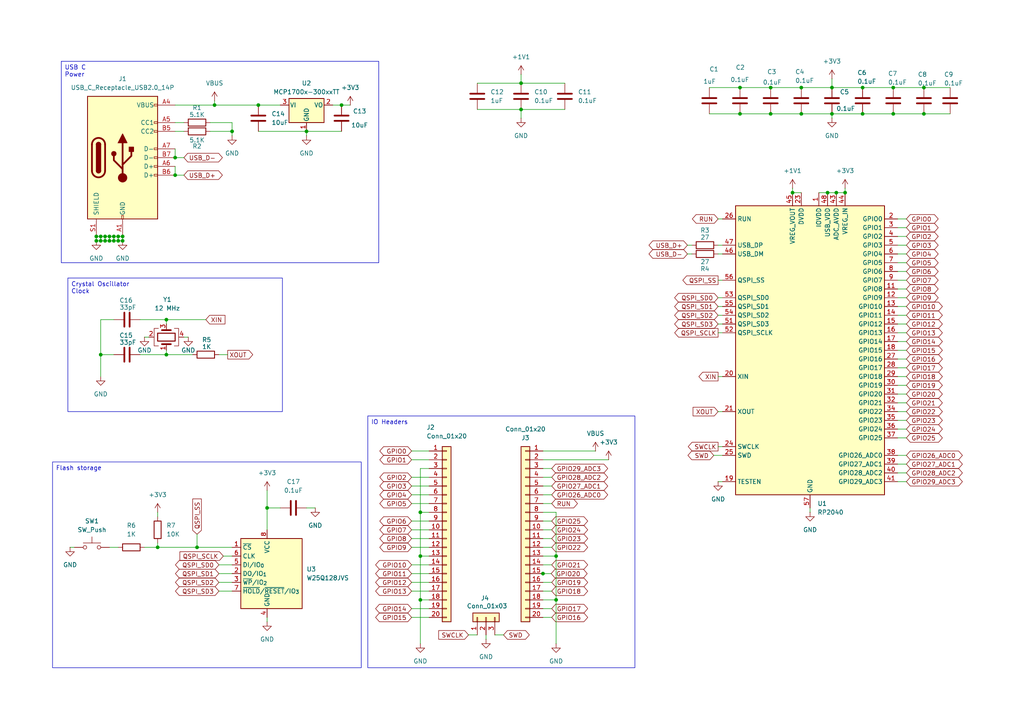
<source format=kicad_sch>
(kicad_sch (version 20250114) (generator "eeschema") (generator_version "9.0")
  (paper "A4")
  (lib_symbols
    (symbol "Connector:USB_C_Receptacle_USB2.0_14P" (pin_names (offset 1.016))
      (property "Reference" "J" (at 0 22.225 0))
      (property "Value" "USB_C_Receptacle_USB2.0_14P" (at 0 19.685 0))
      (symbol "USB_C_Receptacle_USB2.0_14P_1_1"
        (pin passive line (at -7.62 -22.86 90) (length 5.08) (name "SHIELD") (number "S1"))
        (pin passive line (at 0 -22.86 90) (length 5.08) (name "GND") (number "A1"))
        (pin passive line (at 0 -22.86 90) (length 5.08) (hide yes) (name "GND") (number "A12"))
        (pin passive line (at 0 -22.86 90) (length 5.08) (hide yes) (name "GND") (number "B1"))
        (pin passive line (at 0 -22.86 90) (length 5.08) (hide yes) (name "GND") (number "B12"))
        (pin passive line (at 15.24 15.24 180) (length 5.08) (name "VBUS") (number "A4"))
        (pin passive line (at 15.24 15.24 180) (length 5.08) (hide yes) (name "VBUS") (number "A9"))
        (pin passive line (at 15.24 15.24 180) (length 5.08) (hide yes) (name "VBUS") (number "B4"))
        (pin passive line (at 15.24 15.24 180) (length 5.08) (hide yes) (name "VBUS") (number "B9"))
        (pin bidirectional line (at 15.24 10.16 180) (length 5.08) (name "CC1") (number "A5"))
        (pin bidirectional line (at 15.24 7.62 180) (length 5.08) (name "CC2") (number "B5"))
        (pin bidirectional line (at 15.24 2.54 180) (length 5.08) (name "D-") (number "A7"))
        (pin bidirectional line (at 15.24 0 180) (length 5.08) (name "D-") (number "B7"))
        (pin bidirectional line (at 15.24 -2.54 180) (length 5.08) (name "D+") (number "A6"))
        (pin bidirectional line (at 15.24 -5.08 180) (length 5.08) (name "D+") (number "B6"))
      )
    )
    (symbol "Connector_Generic:Conn_01x03" (pin_names (offset 1.016) (hide yes))
      (property "Reference" "J" (at 0 5.08 0))
      (property "Value" "Conn_01x03" (at 0 -5.08 0))
      (symbol "Conn_01x03_1_1"
        (pin passive line (at -5.08 2.54 0) (length 3.81) (name "Pin_1") (number "1"))
        (pin passive line (at -5.08 0 0) (length 3.81) (name "Pin_2") (number "2"))
        (pin passive line (at -5.08 -2.54 0) (length 3.81) (name "Pin_3") (number "3"))
      )
    )
    (symbol "Connector_Generic:Conn_01x20" (pin_names (offset 1.016) (hide yes))
      (property "Reference" "J" (at 0 25.4 0))
      (property "Value" "Conn_01x20" (at 0 -27.94 0))
      (symbol "Conn_01x20_1_1"
        (pin passive line (at -5.08 22.86 0) (length 3.81) (name "Pin_1") (number "1"))
        (pin passive line (at -5.08 20.32 0) (length 3.81) (name "Pin_2") (number "2"))
        (pin passive line (at -5.08 17.78 0) (length 3.81) (name "Pin_3") (number "3"))
        (pin passive line (at -5.08 15.24 0) (length 3.81) (name "Pin_4") (number "4"))
        (pin passive line (at -5.08 12.7 0) (length 3.81) (name "Pin_5") (number "5"))
        (pin passive line (at -5.08 10.16 0) (length 3.81) (name "Pin_6") (number "6"))
        (pin passive line (at -5.08 7.62 0) (length 3.81) (name "Pin_7") (number "7"))
        (pin passive line (at -5.08 5.08 0) (length 3.81) (name "Pin_8") (number "8"))
        (pin passive line (at -5.08 2.54 0) (length 3.81) (name "Pin_9") (number "9"))
        (pin passive line (at -5.08 0 0) (length 3.81) (name "Pin_10") (number "10"))
        (pin passive line (at -5.08 -2.54 0) (length 3.81) (name "Pin_11") (number "11"))
        (pin passive line (at -5.08 -5.08 0) (length 3.81) (name "Pin_12") (number "12"))
        (pin passive line (at -5.08 -7.62 0) (length 3.81) (name "Pin_13") (number "13"))
        (pin passive line (at -5.08 -10.16 0) (length 3.81) (name "Pin_14") (number "14"))
        (pin passive line (at -5.08 -12.7 0) (length 3.81) (name "Pin_15") (number "15"))
        (pin passive line (at -5.08 -15.24 0) (length 3.81) (name "Pin_16") (number "16"))
        (pin passive line (at -5.08 -17.78 0) (length 3.81) (name "Pin_17") (number "17"))
        (pin passive line (at -5.08 -20.32 0) (length 3.81) (name "Pin_18") (number "18"))
        (pin passive line (at -5.08 -22.86 0) (length 3.81) (name "Pin_19") (number "19"))
        (pin passive line (at -5.08 -25.4 0) (length 3.81) (name "Pin_20") (number "20"))
      )
    )
    (symbol "Device:C" (pin_numbers (hide yes)) (pin_names (offset 0.254))
      (property "Reference" "C" (at 0.635 2.54 0))
      (property "Value" "C" (at 0.635 -2.54 0))
      (symbol "C_1_1"
        (pin passive line (at 0 3.81 270) (length 2.794) (name "~") (number "1"))
        (pin passive line (at 0 -3.81 90) (length 2.794) (name "~") (number "2"))
      )
    )
    (symbol "Device:Crystal_GND24" (pin_names (offset 1.016) (hide yes))
      (property "Reference" "Y" (at 3.175 5.08 0))
      (property "Value" "Crystal_GND24" (at 3.175 3.175 0))
      (symbol "Crystal_GND24_1_1"
        (pin passive line (at -3.81 0 0) (length 1.27) (name "1") (number "1"))
        (pin passive line (at 0 5.08 270) (length 1.27) (name "2") (number "2"))
        (pin passive line (at 0 -5.08 90) (length 1.27) (name "4") (number "4"))
        (pin passive line (at 3.81 0 180) (length 1.27) (name "3") (number "3"))
      )
    )
    (symbol "Device:R" (pin_numbers (hide yes)) (pin_names (offset 0))
      (property "Reference" "R" (at 2.032 0 90))
      (property "Value" "R" (at 0 0 90))
      (symbol "R_1_1"
        (pin passive line (at 0 3.81 270) (length 1.27) (name "~") (number "1"))
        (pin passive line (at 0 -3.81 90) (length 1.27) (name "~") (number "2"))
      )
    )
    (symbol "MCU_RaspberryPi:RP2040"
      (property "Reference" "U" (at 17.78 45.72 0))
      (property "Value" "RP2040" (at 17.78 43.18 0))
      (symbol "RP2040_1_1"
        (pin input line (at -25.4 38.1 0) (length 3.81) (name "RUN") (number "26"))
        (pin bidirectional line (at -25.4 30.48 0) (length 3.81) (name "USB_DP") (number "47"))
        (pin bidirectional line (at -25.4 27.94 0) (length 3.81) (name "USB_DM") (number "46"))
        (pin bidirectional line (at -25.4 20.32 0) (length 3.81) (name "QSPI_SS") (number "56"))
        (pin bidirectional line (at -25.4 15.24 0) (length 3.81) (name "QSPI_SD0") (number "53"))
        (pin bidirectional line (at -25.4 12.7 0) (length 3.81) (name "QSPI_SD1") (number "55"))
        (pin bidirectional line (at -25.4 10.16 0) (length 3.81) (name "QSPI_SD2") (number "54"))
        (pin bidirectional line (at -25.4 7.62 0) (length 3.81) (name "QSPI_SD3") (number "51"))
        (pin output line (at -25.4 5.08 0) (length 3.81) (name "QSPI_SCLK") (number "52"))
        (pin input line (at -25.4 -7.62 0) (length 3.81) (name "XIN") (number "20"))
        (pin passive line (at -25.4 -17.78 0) (length 3.81) (name "XOUT") (number "21"))
        (pin input line (at -25.4 -27.94 0) (length 3.81) (name "SWCLK") (number "24"))
        (pin bidirectional line (at -25.4 -30.48 0) (length 3.81) (name "SWD") (number "25"))
        (pin input line (at -25.4 -38.1 0) (length 3.81) (name "TESTEN") (number "19"))
        (pin power_out line (at -5.08 45.72 270) (length 3.81) (name "VREG_VOUT") (number "45"))
        (pin power_in line (at -2.54 45.72 270) (length 3.81) (name "DVDD") (number "23"))
        (pin passive line (at -2.54 45.72 270) (length 3.81) (hide yes) (name "DVDD") (number "50"))
        (pin power_in line (at 0 -45.72 90) (length 3.81) (name "GND") (number "57"))
        (pin power_in line (at 2.54 45.72 270) (length 3.81) (name "IOVDD") (number "1"))
        (pin passive line (at 2.54 45.72 270) (length 3.81) (hide yes) (name "IOVDD") (number "10"))
        (pin passive line (at 2.54 45.72 270) (length 3.81) (hide yes) (name "IOVDD") (number "22"))
        (pin passive line (at 2.54 45.72 270) (length 3.81) (hide yes) (name "IOVDD") (number "33"))
        (pin passive line (at 2.54 45.72 270) (length 3.81) (hide yes) (name "IOVDD") (number "42"))
        (pin passive line (at 2.54 45.72 270) (length 3.81) (hide yes) (name "IOVDD") (number "49"))
        (pin power_in line (at 5.08 45.72 270) (length 3.81) (name "USB_VDD") (number "48"))
        (pin power_in line (at 7.62 45.72 270) (length 3.81) (name "ADC_AVDD") (number "43"))
        (pin power_in line (at 10.16 45.72 270) (length 3.81) (name "VREG_IN") (number "44"))
        (pin bidirectional line (at 25.4 38.1 180) (length 3.81) (name "GPIO0") (number "2"))
        (pin bidirectional line (at 25.4 35.56 180) (length 3.81) (name "GPIO1") (number "3"))
        (pin bidirectional line (at 25.4 33.02 180) (length 3.81) (name "GPIO2") (number "4"))
        (pin bidirectional line (at 25.4 30.48 180) (length 3.81) (name "GPIO3") (number "5"))
        (pin bidirectional line (at 25.4 27.94 180) (length 3.81) (name "GPIO4") (number "6"))
        (pin bidirectional line (at 25.4 25.4 180) (length 3.81) (name "GPIO5") (number "7"))
        (pin bidirectional line (at 25.4 22.86 180) (length 3.81) (name "GPIO6") (number "8"))
        (pin bidirectional line (at 25.4 20.32 180) (length 3.81) (name "GPIO7") (number "9"))
        (pin bidirectional line (at 25.4 17.78 180) (length 3.81) (name "GPIO8") (number "11"))
        (pin bidirectional line (at 25.4 15.24 180) (length 3.81) (name "GPIO9") (number "12"))
        (pin bidirectional line (at 25.4 12.7 180) (length 3.81) (name "GPIO10") (number "13"))
        (pin bidirectional line (at 25.4 10.16 180) (length 3.81) (name "GPIO11") (number "14"))
        (pin bidirectional line (at 25.4 7.62 180) (length 3.81) (name "GPIO12") (number "15"))
        (pin bidirectional line (at 25.4 5.08 180) (length 3.81) (name "GPIO13") (number "16"))
        (pin bidirectional line (at 25.4 2.54 180) (length 3.81) (name "GPIO14") (number "17"))
        (pin bidirectional line (at 25.4 0 180) (length 3.81) (name "GPIO15") (number "18"))
        (pin bidirectional line (at 25.4 -2.54 180) (length 3.81) (name "GPIO16") (number "27"))
        (pin bidirectional line (at 25.4 -5.08 180) (length 3.81) (name "GPIO17") (number "28"))
        (pin bidirectional line (at 25.4 -7.62 180) (length 3.81) (name "GPIO18") (number "29"))
        (pin bidirectional line (at 25.4 -10.16 180) (length 3.81) (name "GPIO19") (number "30"))
        (pin bidirectional line (at 25.4 -12.7 180) (length 3.81) (name "GPIO20") (number "31"))
        (pin bidirectional line (at 25.4 -15.24 180) (length 3.81) (name "GPIO21") (number "32"))
        (pin bidirectional line (at 25.4 -17.78 180) (length 3.81) (name "GPIO22") (number "34"))
        (pin bidirectional line (at 25.4 -20.32 180) (length 3.81) (name "GPIO23") (number "35"))
        (pin bidirectional line (at 25.4 -22.86 180) (length 3.81) (name "GPIO24") (number "36"))
        (pin bidirectional line (at 25.4 -25.4 180) (length 3.81) (name "GPIO25") (number "37"))
        (pin bidirectional line (at 25.4 -30.48 180) (length 3.81) (name "GPIO26_ADC0") (number "38"))
        (pin bidirectional line (at 25.4 -33.02 180) (length 3.81) (name "GPIO27_ADC1") (number "39"))
        (pin bidirectional line (at 25.4 -35.56 180) (length 3.81) (name "GPIO28_ADC2") (number "40"))
        (pin bidirectional line (at 25.4 -38.1 180) (length 3.81) (name "GPIO29_ADC3") (number "41"))
      )
    )
    (symbol "Memory_Flash:W25Q128JVS"
      (property "Reference" "U" (at -6.35 11.43 0))
      (property "Value" "W25Q128JVS" (at 7.62 11.43 0))
      (symbol "W25Q128JVS_1_1"
        (pin input line (at -10.16 7.62 0) (length 2.54) (name "~{CS}") (number "1"))
        (pin input line (at -10.16 5.08 0) (length 2.54) (name "CLK") (number "6"))
        (pin bidirectional line (at -10.16 2.54 0) (length 2.54) (name "DI/IO_{0}") (number "5"))
        (pin bidirectional line (at -10.16 0 0) (length 2.54) (name "DO/IO_{1}") (number "2"))
        (pin bidirectional line (at -10.16 -2.54 0) (length 2.54) (name "~{WP}/IO_{2}") (number "3"))
        (pin bidirectional line (at -10.16 -5.08 0) (length 2.54) (name "~{HOLD}/~{RESET}/IO_{3}") (number "7"))
        (pin power_in line (at 0 12.7 270) (length 2.54) (name "VCC") (number "8"))
        (pin power_in line (at 0 -12.7 90) (length 2.54) (name "GND") (number "4"))
      )
    )
    (symbol "Regulator_Linear:MCP1700x-300xxTT" (pin_names (offset 0.254))
      (property "Reference" "U" (at -3.81 3.175 0))
      (property "Value" "MCP1700x-300xxTT" (at 0 3.175 0))
      (symbol "MCP1700x-300xxTT_1_1"
        (pin power_in line (at -7.62 0 0) (length 2.54) (name "VI") (number "3"))
        (pin power_in line (at 0 -7.62 90) (length 2.54) (name "GND") (number "1"))
        (pin power_out line (at 7.62 0 180) (length 2.54) (name "VO") (number "2"))
      )
    )
    (symbol "Switch:SW_Push" (pin_numbers (hide yes)) (pin_names (offset 1.016) (hide yes))
      (property "Reference" "SW" (at 1.27 2.54 0))
      (property "Value" "SW_Push" (at 0 -1.524 0))
      (symbol "SW_Push_0_1"
        (pin passive line (at -5.08 0 0) (length 2.54) (name "1") (number "1"))
        (pin passive line (at 5.08 0 180) (length 2.54) (name "2") (number "2"))
      )
    )
    (symbol "power:+1V1" (power) (pin_numbers (hide yes)) (pin_names (offset 0) (hide yes))
      (property "Value" "+1V1" (at 0 3.556 0))
      (symbol "+1V1_1_1"
        (pin power_in line (at 0 0 90) (length 0) (name "~") (number "1"))
      )
    )
    (symbol "power:+3V3" (power) (pin_numbers (hide yes)) (pin_names (offset 0) (hide yes))
      (property "Value" "+3V3" (at 0 3.556 0))
      (symbol "+3V3_1_1"
        (pin power_in line (at 0 0 90) (length 0) (name "~") (number "1"))
      )
    )
    (symbol "power:GND" (power) (pin_numbers (hide yes)) (pin_names (offset 0) (hide yes))
      (property "Value" "GND" (at 0 -3.81 0))
      (symbol "GND_1_1"
        (pin power_in line (at 0 0 270) (length 0) (name "~") (number "1"))
      )
    )
    (symbol "power:VBUS" (power) (pin_numbers (hide yes)) (pin_names (offset 0) (hide yes))
      (property "Value" "VBUS" (at 0 3.556 0))
      (symbol "VBUS_1_1"
        (pin power_in line (at 0 0 90) (length 0) (name "~") (number "1"))
      )
    )
  )
  (text_box "USB C\nPower\n" (at 17.78 17.78 0) (size 92.075 58.42) (margins 0.9525 0.9525 0.9525 0.9525) (effects (font (size 1.27 1.27)) (justify left top)))
  (text_box "Crystal Oscillator \nClock" (at 19.685 80.645 0) (size 62.23 38.735) (margins 0.9525 0.9525 0.9525 0.9525) (effects (font (size 1.27 1.27)) (justify left top)))
  (text_box "IO Headers\n" (at 106.68 120.65 0) (size 77.47 73.025) (margins 0.9525 0.9525 0.9525 0.9525) (effects (font (size 1.27 1.27)) (justify left top)))
  (text_box "Flash storage\n" (at 15.24 133.985 0) (size 89.535 59.69) (margins 0.9525 0.9525 0.9525 0.9525) (effects (font (size 1.27 1.27)) (justify left top)))
  (junction (at 29.21 68.58))
  (junction (at 250.19 25.4))
  (junction (at 232.41 25.4))
  (junction (at 161.29 161.29))
  (junction (at 245.11 55.88))
  (junction (at 35.56 68.58))
  (junction (at 214.63 33.02))
  (junction (at 242.57 55.88))
  (junction (at 34.29 68.58))
  (junction (at 223.52 25.4))
  (junction (at 232.41 33.02))
  (junction (at 240.03 55.88))
  (junction (at 48.26 92.71))
  (junction (at 250.19 33.02))
  (junction (at 67.31 38.1))
  (junction (at 35.56 69.85))
  (junction (at 151.13 31.75))
  (junction (at 50.8 45.72))
  (junction (at 121.92 148.59))
  (junction (at 27.94 68.58))
  (junction (at 50.8 50.8))
  (junction (at 33.02 69.85))
  (junction (at 161.29 173.99))
  (junction (at 77.47 147.32))
  (junction (at 62.23 30.48))
  (junction (at 157.48 166.37))
  (junction (at 33.02 68.58))
  (junction (at 121.92 161.29))
  (junction (at 29.21 69.85))
  (junction (at 34.29 69.85))
  (junction (at 57.15 158.75))
  (junction (at 30.48 69.85))
  (junction (at 267.97 33.02))
  (junction (at 48.26 102.87))
  (junction (at 267.97 25.4))
  (junction (at 74.93 30.48))
  (junction (at 99.06 30.48))
  (junction (at 241.3 25.4))
  (junction (at 259.08 25.4))
  (junction (at 223.52 33.02))
  (junction (at 31.75 68.58))
  (junction (at 30.48 68.58))
  (junction (at 31.75 69.85))
  (junction (at 241.3 33.02))
  (junction (at 259.08 33.02))
  (junction (at 121.92 173.99))
  (junction (at 88.9 38.1))
  (junction (at 29.21 102.87))
  (junction (at 229.87 55.88))
  (junction (at 151.13 24.13))
  (junction (at 27.94 69.85))
  (junction (at 214.63 25.4))
  (junction (at 45.72 158.75))
  (wire (pts (xy 241.3 22.86) (xy 241.3 25.4)))
  (wire (pts (xy 63.5 102.87) (xy 66.04 102.87)))
  (wire (pts (xy 121.92 173.99) (xy 121.92 186.69)))
  (wire (pts (xy 119.38 143.51) (xy 124.46 143.51)))
  (wire (pts (xy 27.94 68.58) (xy 29.21 68.58)))
  (wire (pts (xy 138.43 24.13) (xy 151.13 24.13)))
  (wire (pts (xy 34.29 69.85) (xy 35.56 69.85)))
  (wire (pts (xy 267.97 25.4) (xy 275.59 25.4)))
  (wire (pts (xy 121.92 173.99) (xy 124.46 173.99)))
  (wire (pts (xy 88.9 147.32) (xy 91.44 147.32)))
  (wire (pts (xy 199.39 73.66) (xy 200.66 73.66)))
  (wire (pts (xy 260.35 93.98) (xy 262.89 93.98)))
  (wire (pts (xy 35.56 68.58) (xy 35.56 69.85)))
  (wire (pts (xy 119.38 176.53) (xy 124.46 176.53)))
  (wire (pts (xy 260.35 78.74) (xy 262.89 78.74)))
  (wire (pts (xy 20.32 158.75) (xy 21.59 158.75)))
  (wire (pts (xy 260.35 121.92) (xy 262.89 121.92)))
  (wire (pts (xy 208.28 129.54) (xy 209.55 129.54)))
  (wire (pts (xy 77.47 147.32) (xy 81.28 147.32)))
  (wire (pts (xy 157.48 140.97) (xy 160.02 140.97)))
  (wire (pts (xy 214.63 33.02) (xy 223.52 33.02)))
  (wire (pts (xy 31.75 158.75) (xy 34.29 158.75)))
  (wire (pts (xy 214.63 25.4) (xy 223.52 25.4)))
  (wire (pts (xy 260.35 101.6) (xy 262.89 101.6)))
  (wire (pts (xy 121.92 148.59) (xy 124.46 148.59)))
  (wire (pts (xy 63.5 163.83) (xy 67.31 163.83)))
  (wire (pts (xy 260.35 134.62) (xy 262.89 134.62)))
  (wire (pts (xy 260.35 76.2) (xy 262.89 76.2)))
  (wire (pts (xy 77.47 142.24) (xy 77.47 147.32)))
  (wire (pts (xy 260.35 114.3) (xy 262.89 114.3)))
  (wire (pts (xy 119.38 158.75) (xy 124.46 158.75)))
  (wire (pts (xy 29.21 92.71) (xy 29.21 102.87)))
  (wire (pts (xy 157.48 168.91) (xy 160.02 168.91)))
  (wire (pts (xy 223.52 33.02) (xy 232.41 33.02)))
  (wire (pts (xy 88.9 38.1) (xy 88.9 39.37)))
  (wire (pts (xy 260.35 124.46) (xy 262.89 124.46)))
  (wire (pts (xy 232.41 33.02) (xy 241.3 33.02)))
  (wire (pts (xy 157.48 156.21) (xy 160.02 156.21)))
  (wire (pts (xy 30.48 68.58) (xy 31.75 68.58)))
  (wire (pts (xy 119.38 168.91) (xy 124.46 168.91)))
  (wire (pts (xy 119.38 133.35) (xy 124.46 133.35)))
  (wire (pts (xy 240.03 55.88) (xy 242.57 55.88)))
  (wire (pts (xy 119.38 138.43) (xy 124.46 138.43)))
  (wire (pts (xy 260.35 119.38) (xy 262.89 119.38)))
  (wire (pts (xy 63.5 166.37) (xy 67.31 166.37)))
  (wire (pts (xy 41.91 158.75) (xy 45.72 158.75)))
  (wire (pts (xy 260.35 83.82) (xy 262.89 83.82)))
  (wire (pts (xy 121.92 161.29) (xy 124.46 161.29)))
  (wire (pts (xy 151.13 31.75) (xy 163.83 31.75)))
  (wire (pts (xy 121.92 135.89) (xy 121.92 148.59)))
  (wire (pts (xy 157.48 173.99) (xy 161.29 173.99)))
  (wire (pts (xy 259.08 25.4) (xy 267.97 25.4)))
  (wire (pts (xy 232.41 25.4) (xy 241.3 25.4)))
  (wire (pts (xy 157.48 158.75) (xy 160.02 158.75)))
  (wire (pts (xy 241.3 25.4) (xy 250.19 25.4)))
  (wire (pts (xy 33.02 92.71) (xy 29.21 92.71)))
  (wire (pts (xy 157.48 148.59) (xy 161.29 148.59)))
  (wire (pts (xy 119.38 171.45) (xy 124.46 171.45)))
  (wire (pts (xy 260.35 137.16) (xy 262.89 137.16)))
  (wire (pts (xy 67.31 38.1) (xy 67.31 39.37)))
  (wire (pts (xy 121.92 161.29) (xy 121.92 173.99)))
  (wire (pts (xy 53.34 97.79) (xy 54.61 97.79)))
  (wire (pts (xy 62.23 29.21) (xy 62.23 30.48)))
  (wire (pts (xy 208.28 96.52) (xy 209.55 96.52)))
  (wire (pts (xy 48.26 101.6) (xy 48.26 102.87)))
  (wire (pts (xy 260.35 116.84) (xy 262.89 116.84)))
  (wire (pts (xy 50.8 43.18) (xy 50.8 45.72)))
  (wire (pts (xy 260.35 71.12) (xy 262.89 71.12)))
  (wire (pts (xy 260.35 139.7) (xy 262.89 139.7)))
  (wire (pts (xy 157.48 135.89) (xy 160.02 135.89)))
  (wire (pts (xy 140.97 184.15) (xy 140.97 185.42)))
  (wire (pts (xy 267.97 33.02) (xy 275.59 33.02)))
  (wire (pts (xy 161.29 161.29) (xy 161.29 173.99)))
  (wire (pts (xy 45.72 158.75) (xy 57.15 158.75)))
  (wire (pts (xy 208.28 119.38) (xy 209.55 119.38)))
  (wire (pts (xy 77.47 179.07) (xy 77.47 180.34)))
  (wire (pts (xy 31.75 68.58) (xy 33.02 68.58)))
  (wire (pts (xy 33.02 68.58) (xy 34.29 68.58)))
  (wire (pts (xy 157.48 151.13) (xy 160.02 151.13)))
  (wire (pts (xy 208.28 109.22) (xy 209.55 109.22)))
  (wire (pts (xy 260.35 104.14) (xy 262.89 104.14)))
  (wire (pts (xy 157.48 133.35) (xy 176.53 133.35)))
  (wire (pts (xy 151.13 21.59) (xy 151.13 24.13)))
  (wire (pts (xy 29.21 102.87) (xy 33.02 102.87)))
  (wire (pts (xy 29.21 68.58) (xy 30.48 68.58)))
  (wire (pts (xy 29.21 102.87) (xy 29.21 109.22)))
  (wire (pts (xy 57.15 158.75) (xy 67.31 158.75)))
  (wire (pts (xy 260.35 96.52) (xy 262.89 96.52)))
  (wire (pts (xy 161.29 148.59) (xy 161.29 161.29)))
  (wire (pts (xy 157.3272 166.37) (xy 157.48 166.37)))
  (wire (pts (xy 88.9 38.1) (xy 99.06 38.1)))
  (wire (pts (xy 48.26 92.71) (xy 59.69 92.71)))
  (wire (pts (xy 241.3 34.29) (xy 241.3 33.02)))
  (wire (pts (xy 157.48 153.67) (xy 160.02 153.67)))
  (wire (pts (xy 74.93 30.48) (xy 62.23 30.48)))
  (wire (pts (xy 208.28 81.28) (xy 209.55 81.28)))
  (wire (pts (xy 50.8 45.72) (xy 53.34 45.72)))
  (wire (pts (xy 50.8 48.26) (xy 50.8 50.8)))
  (wire (pts (xy 208.28 91.44) (xy 209.55 91.44)))
  (wire (pts (xy 208.28 93.98) (xy 209.55 93.98)))
  (wire (pts (xy 34.29 68.58) (xy 34.29 69.85)))
  (wire (pts (xy 260.35 81.28) (xy 262.89 81.28)))
  (wire (pts (xy 99.06 30.48) (xy 101.6 30.48)))
  (wire (pts (xy 50.8 35.56) (xy 53.34 35.56)))
  (wire (pts (xy 242.57 55.88) (xy 245.11 55.88)))
  (wire (pts (xy 45.72 157.48) (xy 45.72 158.75)))
  (wire (pts (xy 119.38 179.07) (xy 124.46 179.07)))
  (wire (pts (xy 50.8 38.1) (xy 53.34 38.1)))
  (wire (pts (xy 41.91 97.79) (xy 43.18 97.79)))
  (wire (pts (xy 260.35 91.44) (xy 262.89 91.44)))
  (wire (pts (xy 208.28 73.66) (xy 209.55 73.66)))
  (wire (pts (xy 250.19 25.4) (xy 259.08 25.4)))
  (wire (pts (xy 260.35 63.5) (xy 262.89 63.5)))
  (wire (pts (xy 30.48 68.58) (xy 30.48 69.85)))
  (wire (pts (xy 260.35 68.58) (xy 262.89 68.58)))
  (wire (pts (xy 245.11 54.61) (xy 245.11 55.88)))
  (wire (pts (xy 119.38 156.21) (xy 124.46 156.21)))
  (wire (pts (xy 48.26 93.98) (xy 48.26 92.71)))
  (wire (pts (xy 40.64 92.71) (xy 48.26 92.71)))
  (wire (pts (xy 260.35 99.06) (xy 262.89 99.06)))
  (wire (pts (xy 34.29 68.58) (xy 35.56 68.58)))
  (wire (pts (xy 205.74 33.02) (xy 214.63 33.02)))
  (wire (pts (xy 260.35 66.04) (xy 262.89 66.04)))
  (wire (pts (xy 208.28 88.9) (xy 209.55 88.9)))
  (wire (pts (xy 27.94 69.85) (xy 29.21 69.85)))
  (wire (pts (xy 29.21 69.85) (xy 30.48 69.85)))
  (wire (pts (xy 29.21 68.58) (xy 29.21 69.85)))
  (wire (pts (xy 260.35 106.68) (xy 262.89 106.68)))
  (wire (pts (xy 260.35 127) (xy 262.89 127)))
  (wire (pts (xy 121.92 148.59) (xy 121.92 161.29)))
  (wire (pts (xy 260.35 88.9) (xy 262.89 88.9)))
  (wire (pts (xy 135.89 184.15) (xy 138.43 184.15)))
  (wire (pts (xy 151.13 24.13) (xy 163.83 24.13)))
  (wire (pts (xy 260.35 111.76) (xy 262.89 111.76)))
  (wire (pts (xy 50.8 50.8) (xy 53.34 50.8)))
  (wire (pts (xy 205.74 25.4) (xy 214.63 25.4)))
  (wire (pts (xy 119.38 140.97) (xy 124.46 140.97)))
  (wire (pts (xy 30.48 69.85) (xy 31.75 69.85)))
  (wire (pts (xy 96.52 30.48) (xy 99.06 30.48)))
  (wire (pts (xy 208.28 63.5) (xy 209.55 63.5)))
  (wire (pts (xy 260.35 86.36) (xy 262.89 86.36)))
  (wire (pts (xy 151.13 31.75) (xy 151.13 34.29)))
  (wire (pts (xy 119.38 130.81) (xy 124.46 130.81)))
  (wire (pts (xy 146.05 184.15) (xy 143.51 184.15)))
  (wire (pts (xy 229.87 55.88) (xy 232.41 55.88)))
  (wire (pts (xy 63.5 171.45) (xy 67.31 171.45)))
  (wire (pts (xy 157.48 179.07) (xy 160.02 179.07)))
  (wire (pts (xy 208.28 139.7) (xy 209.55 139.7)))
  (wire (pts (xy 157.48 163.83) (xy 160.02 163.83)))
  (wire (pts (xy 81.28 30.48) (xy 74.93 30.48)))
  (wire (pts (xy 199.39 71.12) (xy 200.66 71.12)))
  (wire (pts (xy 157.48 143.51) (xy 160.02 143.51)))
  (wire (pts (xy 45.72 148.59) (xy 45.72 149.86)))
  (wire (pts (xy 48.26 102.87) (xy 55.88 102.87)))
  (wire (pts (xy 157.48 166.37) (xy 159.8672 166.37)))
  (wire (pts (xy 77.47 147.32) (xy 77.47 153.67)))
  (wire (pts (xy 62.23 30.48) (xy 50.8 30.48)))
  (wire (pts (xy 27.94 68.58) (xy 27.94 69.85)))
  (wire (pts (xy 223.52 25.4) (xy 232.41 25.4)))
  (wire (pts (xy 234.95 147.32) (xy 234.95 148.59)))
  (wire (pts (xy 119.38 146.05) (xy 124.46 146.05)))
  (wire (pts (xy 207.01 132.08) (xy 209.55 132.08)))
  (wire (pts (xy 31.75 69.85) (xy 33.02 69.85)))
  (wire (pts (xy 119.38 166.37) (xy 124.46 166.37)))
  (wire (pts (xy 237.49 55.88) (xy 240.03 55.88)))
  (wire (pts (xy 31.75 68.58) (xy 31.75 69.85)))
  (wire (pts (xy 259.08 33.02) (xy 267.97 33.02)))
  (wire (pts (xy 260.35 109.22) (xy 262.89 109.22)))
  (wire (pts (xy 124.46 135.89) (xy 121.92 135.89)))
  (wire (pts (xy 64.77 161.29) (xy 67.31 161.29)))
  (wire (pts (xy 157.48 146.05) (xy 160.02 146.05)))
  (wire (pts (xy 119.38 163.83) (xy 124.46 163.83)))
  (wire (pts (xy 40.64 102.87) (xy 48.26 102.87)))
  (wire (pts (xy 241.3 33.02) (xy 250.19 33.02)))
  (wire (pts (xy 119.38 151.13) (xy 124.46 151.13)))
  (wire (pts (xy 229.87 54.61) (xy 229.87 55.88)))
  (wire (pts (xy 161.29 173.99) (xy 161.29 186.69)))
  (wire (pts (xy 157.48 138.43) (xy 160.02 138.43)))
  (wire (pts (xy 138.43 31.75) (xy 151.13 31.75)))
  (wire (pts (xy 57.15 154.94) (xy 57.15 158.75)))
  (wire (pts (xy 60.96 35.56) (xy 67.31 35.56)))
  (wire (pts (xy 33.02 69.85) (xy 34.29 69.85)))
  (wire (pts (xy 119.38 153.67) (xy 124.46 153.67)))
  (wire (pts (xy 157.48 130.81) (xy 172.72 130.81)))
  (wire (pts (xy 63.5 168.91) (xy 67.31 168.91)))
  (wire (pts (xy 260.35 132.08) (xy 262.89 132.08)))
  (wire (pts (xy 250.19 33.02) (xy 259.08 33.02)))
  (wire (pts (xy 67.31 38.1) (xy 60.96 38.1)))
  (wire (pts (xy 157.48 171.45) (xy 160.02 171.45)))
  (wire (pts (xy 208.28 71.12) (xy 209.55 71.12)))
  (wire (pts (xy 260.35 73.66) (xy 262.89 73.66)))
  (wire (pts (xy 74.93 38.1) (xy 88.9 38.1)))
  (wire (pts (xy 67.31 35.56) (xy 67.31 38.1)))
  (wire (pts (xy 157.48 161.29) (xy 161.29 161.29)))
  (wire (pts (xy 157.48 176.53) (xy 160.02 176.53)))
  (wire (pts (xy 208.28 86.36) (xy 209.55 86.36)))
  (wire (pts (xy 33.02 68.58) (xy 33.02 69.85)))
  (global_label "GPIO15" (shape bidirectional) (at 119.38 179.07 180) (property "Intersheetrefs" "${INTERSHEET_REFS}" (effects (hide yes))))
  (global_label "USB_D-" (shape bidirectional) (at 199.39 73.66 180) (property "Intersheetrefs" "${INTERSHEET_REFS}" (effects (hide yes))))
  (global_label "GPIO17" (shape bidirectional) (at 160.02 176.53 0) (property "Intersheetrefs" "${INTERSHEET_REFS}" (effects (hide yes))))
  (global_label "RUN" (shape bidirectional) (at 160.02 146.05 0) (property "Intersheetrefs" "${INTERSHEET_REFS}" (effects (hide yes))))
  (global_label "GPIO22" (shape bidirectional) (at 160.02 158.75 0) (property "Intersheetrefs" "${INTERSHEET_REFS}" (effects (hide yes))))
  (global_label "GPIO11" (shape bidirectional) (at 262.89 91.44 0) (property "Intersheetrefs" "${INTERSHEET_REFS}" (effects (hide yes))))
  (global_label "SWCLK" (shape input) (at 135.89 184.15 180) (property "Intersheetrefs" "${INTERSHEET_REFS}" (effects (hide yes))))
  (global_label "GPIO18" (shape bidirectional) (at 262.89 109.22 0) (property "Intersheetrefs" "${INTERSHEET_REFS}" (effects (hide yes))))
  (global_label "USB_D-" (shape bidirectional) (at 53.34 45.72 0) (property "Intersheetrefs" "${INTERSHEET_REFS}" (effects (hide yes))))
  (global_label "GPIO26_ADC0" (shape bidirectional) (at 262.89 132.08 0) (property "Intersheetrefs" "${INTERSHEET_REFS}" (effects (hide yes))))
  (global_label "QSPI_SD3" (shape bidirectional) (at 208.28 93.98 180) (property "Intersheetrefs" "${INTERSHEET_REFS}" (effects (hide yes))))
  (global_label "GPIO23" (shape bidirectional) (at 262.89 121.92 0) (property "Intersheetrefs" "${INTERSHEET_REFS}" (effects (hide yes))))
  (global_label "GPIO7" (shape bidirectional) (at 119.38 153.67 180) (property "Intersheetrefs" "${INTERSHEET_REFS}" (effects (hide yes))))
  (global_label "QSPI_SCLK" (shape input) (at 64.77 161.29 180) (property "Intersheetrefs" "${INTERSHEET_REFS}" (effects (hide yes))))
  (global_label "RUN" (shape bidirectional) (at 208.28 63.5 180) (property "Intersheetrefs" "${INTERSHEET_REFS}" (effects (hide yes))))
  (global_label "GPIO20" (shape bidirectional) (at 262.89 114.3 0) (property "Intersheetrefs" "${INTERSHEET_REFS}" (effects (hide yes))))
  (global_label "GPIO4" (shape bidirectional) (at 262.89 73.66 0) (property "Intersheetrefs" "${INTERSHEET_REFS}" (effects (hide yes))))
  (global_label "GPIO2" (shape bidirectional) (at 119.38 138.43 180) (property "Intersheetrefs" "${INTERSHEET_REFS}" (effects (hide yes))))
  (global_label "SWD" (shape bidirectional) (at 207.01 132.08 180) (property "Intersheetrefs" "${INTERSHEET_REFS}" (effects (hide yes))))
  (global_label "GPIO19" (shape bidirectional) (at 262.89 111.76 0) (property "Intersheetrefs" "${INTERSHEET_REFS}" (effects (hide yes))))
  (global_label "USB_D+" (shape bidirectional) (at 199.39 71.12 180) (property "Intersheetrefs" "${INTERSHEET_REFS}" (effects (hide yes))))
  (global_label "QSPI_SD0" (shape bidirectional) (at 208.28 86.36 180) (property "Intersheetrefs" "${INTERSHEET_REFS}" (effects (hide yes))))
  (global_label "GPIO10" (shape bidirectional) (at 119.38 163.83 180) (property "Intersheetrefs" "${INTERSHEET_REFS}" (effects (hide yes))))
  (global_label "GPIO9" (shape bidirectional) (at 119.38 158.75 180) (property "Intersheetrefs" "${INTERSHEET_REFS}" (effects (hide yes))))
  (global_label "QSPI_SCLK" (shape output) (at 208.28 96.52 180) (property "Intersheetrefs" "${INTERSHEET_REFS}" (effects (hide yes))))
  (global_label "GPIO23" (shape bidirectional) (at 160.02 156.21 0) (property "Intersheetrefs" "${INTERSHEET_REFS}" (effects (hide yes))))
  (global_label "GPIO14" (shape bidirectional) (at 119.38 176.53 180) (property "Intersheetrefs" "${INTERSHEET_REFS}" (effects (hide yes))))
  (global_label "GPIO14" (shape bidirectional) (at 262.89 99.06 0) (property "Intersheetrefs" "${INTERSHEET_REFS}" (effects (hide yes))))
  (global_label "GPIO10" (shape bidirectional) (at 262.89 88.9 0) (property "Intersheetrefs" "${INTERSHEET_REFS}" (effects (hide yes))))
  (global_label "GPIO21" (shape bidirectional) (at 160.02 163.83 0) (property "Intersheetrefs" "${INTERSHEET_REFS}" (effects (hide yes))))
  (global_label "GPIO1" (shape bidirectional) (at 119.38 133.35 180) (property "Intersheetrefs" "${INTERSHEET_REFS}" (effects (hide yes))))
  (global_label "GPIO21" (shape bidirectional) (at 262.89 116.84 0) (property "Intersheetrefs" "${INTERSHEET_REFS}" (effects (hide yes))))
  (global_label "GPIO28_ADC2" (shape bidirectional) (at 262.89 137.16 0) (property "Intersheetrefs" "${INTERSHEET_REFS}" (effects (hide yes))))
  (global_label "GPIO0" (shape bidirectional) (at 262.89 63.5 0) (property "Intersheetrefs" "${INTERSHEET_REFS}" (effects (hide yes))))
  (global_label "QSPI_SS" (shape input) (at 57.15 154.94 90) (property "Intersheetrefs" "${INTERSHEET_REFS}" (effects (hide yes))))
  (global_label "GPIO18" (shape bidirectional) (at 160.02 171.45 0) (property "Intersheetrefs" "${INTERSHEET_REFS}" (effects (hide yes))))
  (global_label "GPIO15" (shape bidirectional) (at 262.89 101.6 0) (property "Intersheetrefs" "${INTERSHEET_REFS}" (effects (hide yes))))
  (global_label "QSPI_SD1" (shape bidirectional) (at 63.5 166.37 180) (property "Intersheetrefs" "${INTERSHEET_REFS}" (effects (hide yes))))
  (global_label "QSPI_SD2" (shape bidirectional) (at 63.5 168.91 180) (property "Intersheetrefs" "${INTERSHEET_REFS}" (effects (hide yes))))
  (global_label "XOUT" (shape output) (at 66.04 102.87 0) (property "Intersheetrefs" "${INTERSHEET_REFS}" (effects (hide yes))))
  (global_label "GPIO20" (shape bidirectional) (at 159.8672 166.37 0) (property "Intersheetrefs" "${INTERSHEET_REFS}" (effects (hide yes))))
  (global_label "QSPI_SD1" (shape bidirectional) (at 208.28 88.9 180) (property "Intersheetrefs" "${INTERSHEET_REFS}" (effects (hide yes))))
  (global_label "GPIO25" (shape bidirectional) (at 160.02 151.13 0) (property "Intersheetrefs" "${INTERSHEET_REFS}" (effects (hide yes))))
  (global_label "GPIO12" (shape bidirectional) (at 119.38 168.91 180) (property "Intersheetrefs" "${INTERSHEET_REFS}" (effects (hide yes))))
  (global_label "GPIO4" (shape bidirectional) (at 119.38 143.51 180) (property "Intersheetrefs" "${INTERSHEET_REFS}" (effects (hide yes))))
  (global_label "QSPI_SD0" (shape bidirectional) (at 63.5 163.83 180) (property "Intersheetrefs" "${INTERSHEET_REFS}" (effects (hide yes))))
  (global_label "GPIO0" (shape bidirectional) (at 119.38 130.81 180) (property "Intersheetrefs" "${INTERSHEET_REFS}" (effects (hide yes))))
  (global_label "GPIO3" (shape bidirectional) (at 262.89 71.12 0) (property "Intersheetrefs" "${INTERSHEET_REFS}" (effects (hide yes))))
  (global_label "GPIO7" (shape bidirectional) (at 262.89 81.28 0) (property "Intersheetrefs" "${INTERSHEET_REFS}" (effects (hide yes))))
  (global_label "XIN" (shape input) (at 59.69 92.71 0) (property "Intersheetrefs" "${INTERSHEET_REFS}" (effects (hide yes))))
  (global_label "XOUT" (shape input) (at 208.28 119.38 180) (property "Intersheetrefs" "${INTERSHEET_REFS}" (effects (hide yes))))
  (global_label "SWCLK" (shape output) (at 208.28 129.54 180) (property "Intersheetrefs" "${INTERSHEET_REFS}" (effects (hide yes))))
  (global_label "GPIO29_ADC3" (shape bidirectional) (at 262.89 139.7 0) (property "Intersheetrefs" "${INTERSHEET_REFS}" (effects (hide yes))))
  (global_label "QSPI_SS" (shape output) (at 208.28 81.28 180) (property "Intersheetrefs" "${INTERSHEET_REFS}" (effects (hide yes))))
  (global_label "GPIO27_ADC1" (shape bidirectional) (at 160.02 140.97 0) (property "Intersheetrefs" "${INTERSHEET_REFS}" (effects (hide yes))))
  (global_label "GPIO13" (shape bidirectional) (at 262.89 96.52 0) (property "Intersheetrefs" "${INTERSHEET_REFS}" (effects (hide yes))))
  (global_label "GPIO5" (shape bidirectional) (at 119.38 146.05 180) (property "Intersheetrefs" "${INTERSHEET_REFS}" (effects (hide yes))))
  (global_label "GPIO29_ADC3" (shape bidirectional) (at 160.02 135.89 0) (property "Intersheetrefs" "${INTERSHEET_REFS}" (effects (hide yes))))
  (global_label "GPIO5" (shape bidirectional) (at 262.89 76.2 0) (property "Intersheetrefs" "${INTERSHEET_REFS}" (effects (hide yes))))
  (global_label "GPIO24" (shape bidirectional) (at 160.02 153.67 0) (property "Intersheetrefs" "${INTERSHEET_REFS}" (effects (hide yes))))
  (global_label "GPIO22" (shape bidirectional) (at 262.89 119.38 0) (property "Intersheetrefs" "${INTERSHEET_REFS}" (effects (hide yes))))
  (global_label "GPIO27_ADC1" (shape bidirectional) (at 262.89 134.62 0) (property "Intersheetrefs" "${INTERSHEET_REFS}" (effects (hide yes))))
  (global_label "GPIO19" (shape bidirectional) (at 160.02 168.91 0) (property "Intersheetrefs" "${INTERSHEET_REFS}" (effects (hide yes))))
  (global_label "GPIO28_ADC2" (shape bidirectional) (at 160.02 138.43 0) (property "Intersheetrefs" "${INTERSHEET_REFS}" (effects (hide yes))))
  (global_label "GPIO16" (shape bidirectional) (at 160.02 179.07 0) (property "Intersheetrefs" "${INTERSHEET_REFS}" (effects (hide yes))))
  (global_label "QSPI_SD2" (shape bidirectional) (at 208.28 91.44 180) (property "Intersheetrefs" "${INTERSHEET_REFS}" (effects (hide yes))))
  (global_label "GPIO25" (shape bidirectional) (at 262.89 127 0) (property "Intersheetrefs" "${INTERSHEET_REFS}" (effects (hide yes))))
  (global_label "QSPI_SD3" (shape bidirectional) (at 63.5 171.45 180) (property "Intersheetrefs" "${INTERSHEET_REFS}" (effects (hide yes))))
  (global_label "GPIO16" (shape bidirectional) (at 262.89 104.14 0) (property "Intersheetrefs" "${INTERSHEET_REFS}" (effects (hide yes))))
  (global_label "GPIO11" (shape bidirectional) (at 119.38 166.37 180) (property "Intersheetrefs" "${INTERSHEET_REFS}" (effects (hide yes))))
  (global_label "GPIO1" (shape bidirectional) (at 262.89 66.04 0) (property "Intersheetrefs" "${INTERSHEET_REFS}" (effects (hide yes))))
  (global_label "GPIO26_ADC0" (shape bidirectional) (at 160.02 143.51 0) (property "Intersheetrefs" "${INTERSHEET_REFS}" (effects (hide yes))))
  (global_label "GPIO6" (shape bidirectional) (at 262.89 78.74 0) (property "Intersheetrefs" "${INTERSHEET_REFS}" (effects (hide yes))))
  (global_label "GPIO24" (shape bidirectional) (at 262.89 124.46 0) (property "Intersheetrefs" "${INTERSHEET_REFS}" (effects (hide yes))))
  (global_label "GPIO3" (shape bidirectional) (at 119.38 140.97 180) (property "Intersheetrefs" "${INTERSHEET_REFS}" (effects (hide yes))))
  (global_label "XIN" (shape output) (at 208.28 109.22 180) (property "Intersheetrefs" "${INTERSHEET_REFS}" (effects (hide yes))))
  (global_label "GPIO8" (shape bidirectional) (at 119.38 156.21 180) (property "Intersheetrefs" "${INTERSHEET_REFS}" (effects (hide yes))))
  (global_label "GPIO13" (shape bidirectional) (at 119.38 171.45 180) (property "Intersheetrefs" "${INTERSHEET_REFS}" (effects (hide yes))))
  (global_label "GPIO17" (shape bidirectional) (at 262.89 106.68 0) (property "Intersheetrefs" "${INTERSHEET_REFS}" (effects (hide yes))))
  (global_label "GPIO2" (shape bidirectional) (at 262.89 68.58 0) (property "Intersheetrefs" "${INTERSHEET_REFS}" (effects (hide yes))))
  (global_label "GPIO8" (shape bidirectional) (at 262.89 83.82 0) (property "Intersheetrefs" "${INTERSHEET_REFS}" (effects (hide yes))))
  (global_label "USB_D+" (shape bidirectional) (at 53.34 50.8 0) (property "Intersheetrefs" "${INTERSHEET_REFS}" (effects (hide yes))))
  (global_label "GPIO9" (shape bidirectional) (at 262.89 86.36 0) (property "Intersheetrefs" "${INTERSHEET_REFS}" (effects (hide yes))))
  (global_label "GPIO12" (shape bidirectional) (at 262.89 93.98 0) (property "Intersheetrefs" "${INTERSHEET_REFS}" (effects (hide yes))))
  (global_label "SWD" (shape bidirectional) (at 146.05 184.15 0) (property "Intersheetrefs" "${INTERSHEET_REFS}" (effects (hide yes))))
  (global_label "GPIO6" (shape bidirectional) (at 119.38 151.13 180) (property "Intersheetrefs" "${INTERSHEET_REFS}" (effects (hide yes))))
  (symbol (lib_id "MCU_RaspberryPi:RP2040") (at 234.95 101.6 0) (unit 1)
    (property "Reference" "U1" (at 237.0933 146.05 0) (effects (justify left)))
    (property "Value" "RP2040" (at 237.0933 148.59 0) (effects (justify left)))
    (property "Footprint" "Package_DFN_QFN:QFN-56-1EP_7x7mm_P0.4mm_EP3.2x3.2mm" (effects (hide yes)))
    (property "Datasheet" "https://datasheets.raspberrypi.com/rp2040/rp2040-datasheet.pdf" (effects (hide yes)))
    (property "Description" "A microcontroller by Raspberry Pi" (effects (hide yes)))
  )
  (symbol (lib_id "power:+3V3") (at 245.11 54.61 0) (unit 1)
    (property "Reference" "#PWR02" (effects (hide yes)))
    (property "Value" "+3V3" (at 245.11 49.53 0))
    (property "Description" "Power symbol creates a global label with name \"+3V3\"" (effects (hide yes)))
  )
  (symbol (lib_id "power:GND") (at 77.47 180.34 0) (unit 1)
    (property "Reference" "#PWR017" (effects (hide yes)))
    (property "Value" "GND" (at 77.47 185.42 0))
    (property "Description" "Power symbol creates a global label with name \"GND\" , ground" (effects (hide yes)))
  )
  (symbol (lib_id "power:+1V1") (at 151.13 21.59 0) (unit 1)
    (property "Reference" "#PWR05" (effects (hide yes)))
    (property "Value" "+1V1" (at 151.13 16.51 0))
    (property "Description" "Power symbol creates a global label with name \"+1V1\"" (effects (hide yes)))
  )
  (symbol (lib_id "power:GND") (at 241.3 34.29 0) (unit 1)
    (property "Reference" "#PWR03" (effects (hide yes)))
    (property "Value" "GND" (at 241.3 39.37 0))
    (property "Description" "Power symbol creates a global label with name \"GND\" , ground" (effects (hide yes)))
  )
  (symbol (lib_id "power:GND") (at 29.21 109.22 0) (unit 1)
    (property "Reference" "#PWR014" (effects (hide yes)))
    (property "Value" "GND" (at 29.21 114.3 0))
    (property "Description" "Power symbol creates a global label with name \"GND\" , ground" (effects (hide yes)))
  )
  (symbol (lib_id "Memory_Flash:W25Q128JVS") (at 77.47 166.37 0) (unit 1)
    (property "Reference" "U3" (at 88.9 165.0999 0) (effects (justify left)))
    (property "Value" "W25Q128JVS" (at 88.9 167.6399 0) (effects (justify left)))
    (property "Footprint" "Package_SON:Winbond_USON-8-1EP_3x2mm_P0.5mm_EP0.2x1.6mm" (effects (hide yes)))
    (property "Datasheet" "https://www.winbond.com/resource-files/w25q128jv_dtr%20revc%2003272018%20plus.pdf" (effects (hide yes)))
    (property "Description" "128Mbit / 16MiB Serial Flash Memory, Standard/Dual/Quad SPI, 2.7-3.6V, SOIC-8" (effects (hide yes)))
  )
  (symbol (lib_id "power:VBUS") (at 62.23 29.21 0) (unit 1)
    (property "Reference" "#PWR012" (effects (hide yes)))
    (property "Value" "VBUS" (at 62.23 24.13 0))
    (property "Description" "Power symbol creates a global label with name \"VBUS\"" (effects (hide yes)))
  )
  (symbol (lib_id "Device:C") (at 36.83 92.71 90) (unit 1)
    (property "Reference" "C16" (at 36.576 87.122 90))
    (property "Value" "33pF" (at 37.084 89.154 90))
    (property "Footprint" "Capacitor_SMD:C_0402_1005Metric" (effects (hide yes)))
    (property "Description" "Unpolarized capacitor" (effects (hide yes)))
  )
  (symbol (lib_id "Device:C") (at 151.13 27.94 0) (unit 1)
    (property "Reference" "C10" (at 154.94 26.6699 0) (effects (justify left)))
    (property "Value" "0.1uF" (at 154.94 29.2099 0) (effects (justify left)))
    (property "Footprint" "Capacitor_SMD:C_0402_1005Metric" (effects (hide yes)))
    (property "Description" "Unpolarized capacitor" (effects (hide yes)))
  )
  (symbol (lib_id "power:GND") (at 140.97 185.42 0) (unit 1)
    (property "Reference" "#PWR024" (effects (hide yes)))
    (property "Value" "GND" (at 140.97 190.5 0))
    (property "Description" "Power symbol creates a global label with name \"GND\" , ground" (effects (hide yes)))
  )
  (symbol (lib_id "Device:C") (at 250.19 29.21 0) (unit 1)
    (property "Reference" "C6" (at 248.666 21.082 0) (effects (justify left)))
    (property "Value" "0.1uF" (at 248.666 23.622 0) (effects (justify left)))
    (property "Footprint" "Capacitor_SMD:C_0402_1005Metric" (effects (hide yes)))
    (property "Description" "Unpolarized capacitor" (effects (hide yes)))
  )
  (symbol (lib_id "power:GND") (at 151.13 34.29 0) (unit 1)
    (property "Reference" "#PWR06" (effects (hide yes)))
    (property "Value" "GND" (at 151.13 39.37 0))
    (property "Description" "Power symbol creates a global label with name \"GND\" , ground" (effects (hide yes)))
  )
  (symbol (lib_id "Device:C") (at 205.74 29.21 0) (unit 1)
    (property "Reference" "C1" (at 205.74 20.066 0) (effects (justify left)))
    (property "Value" "1uF" (at 203.962 23.6221 0) (effects (justify left)))
    (property "Footprint" "Capacitor_SMD:C_0402_1005Metric" (effects (hide yes)))
    (property "Description" "Unpolarized capacitor" (effects (hide yes)))
  )
  (symbol (lib_id "power:GND") (at 20.32 158.75 0) (unit 1)
    (property "Reference" "#PWR021" (effects (hide yes)))
    (property "Value" "GND" (at 20.32 163.83 0))
    (property "Description" "Power symbol creates a global label with name \"GND\" , ground" (effects (hide yes)))
  )
  (symbol (lib_id "Device:C") (at 99.06 34.29 0) (unit 1)
    (property "Reference" "C13" (at 102.362 32.258 0) (effects (justify left)))
    (property "Value" "10uF" (at 101.854 36.322 0) (effects (justify left)))
    (property "Footprint" "Capacitor_SMD:C_0603_1608Metric" (effects (hide yes)))
    (property "Description" "Unpolarized capacitor" (effects (hide yes)))
  )
  (symbol (lib_id "power:VBUS") (at 172.72 130.81 0) (unit 1)
    (property "Reference" "#PWR026" (effects (hide yes)))
    (property "Value" "VBUS" (at 172.72 125.73 0))
    (property "Description" "Power symbol creates a global label with name \"VBUS\"" (effects (hide yes)))
  )
  (symbol (lib_id "Device:C") (at 214.63 29.21 0) (unit 1)
    (property "Reference" "C2" (at 213.36 19.558 0) (effects (justify left)))
    (property "Value" "0.1uF" (at 211.836 23.1141 0) (effects (justify left)))
    (property "Footprint" "Capacitor_SMD:C_0402_1005Metric" (effects (hide yes)))
    (property "Description" "Unpolarized capacitor" (effects (hide yes)))
  )
  (symbol (lib_id "Device:R") (at 57.15 38.1 270) (unit 1)
    (property "Reference" "R2" (at 57.15 42.418 90))
    (property "Value" "5.1K" (at 57.15 40.64 90))
    (property "Footprint" "Resistor_SMD:R_0402_1005Metric" (effects (hide yes)))
    (property "Description" "Resistor" (effects (hide yes)))
  )
  (symbol (lib_id "power:+3V3") (at 241.3 22.86 0) (unit 1)
    (property "Reference" "#PWR04" (effects (hide yes)))
    (property "Value" "+3V3" (at 241.3 17.78 0))
    (property "Description" "Power symbol creates a global label with name \"+3V3\"" (effects (hide yes)))
  )
  (symbol (lib_id "Device:R") (at 38.1 158.75 90) (unit 1)
    (property "Reference" "R6" (at 38.1 152.4 90))
    (property "Value" "1K" (at 38.1 154.94 90))
    (property "Footprint" "Resistor_SMD:R_0402_1005Metric" (effects (hide yes)))
    (property "Description" "Resistor" (effects (hide yes)))
  )
  (symbol (lib_id "power:GND") (at 91.44 147.32 0) (unit 1)
    (property "Reference" "#PWR019" (effects (hide yes)))
    (property "Value" "GND" (at 91.44 152.4 0))
    (property "Description" "Power symbol creates a global label with name \"GND\" , ground" (effects (hide yes)))
  )
  (symbol (lib_id "Device:C") (at 232.41 29.21 0) (unit 1)
    (property "Reference" "C4" (at 230.632 20.828 0) (effects (justify left)))
    (property "Value" "0.1uF" (at 230.632 23.368 0) (effects (justify left)))
    (property "Footprint" "Capacitor_SMD:C_0402_1005Metric" (effects (hide yes)))
    (property "Description" "Unpolarized capacitor" (effects (hide yes)))
  )
  (symbol (lib_id "Device:C") (at 223.52 29.21 0) (unit 1)
    (property "Reference" "C3" (at 222.504 20.828 0) (effects (justify left)))
    (property "Value" "0.1uF" (at 221.234 23.876 0) (effects (justify left)))
    (property "Footprint" "Capacitor_SMD:C_0402_1005Metric" (effects (hide yes)))
    (property "Description" "Unpolarized capacitor" (effects (hide yes)))
  )
  (symbol (lib_id "Device:C") (at 36.83 102.87 90) (unit 1)
    (property "Reference" "C15" (at 36.576 97.282 90))
    (property "Value" "33pF" (at 37.084 99.314 90))
    (property "Footprint" "Capacitor_SMD:C_0402_1005Metric" (effects (hide yes)))
    (property "Description" "Unpolarized capacitor" (effects (hide yes)))
  )
  (symbol (lib_id "Regulator_Linear:MCP1700x-300xxTT") (at 88.9 30.48 0) (unit 1)
    (property "Reference" "U2" (at 88.9 24.13 0))
    (property "Value" "MCP1700x-300xxTT" (at 88.9 26.67 0))
    (property "Footprint" "Package_TO_SOT_SMD:SOT-23" (effects (hide yes)))
    (property "Datasheet" "http://ww1.microchip.com/downloads/en/DeviceDoc/20001826D.pdf" (effects (hide yes)))
    (property "Description" "250mA Low Quiscent Current LDO, 3.0V output, SOT-23" (effects (hide yes)))
  )
  (symbol (lib_id "Device:R") (at 204.47 73.66 270) (unit 1)
    (property "Reference" "R4" (at 204.47 77.978 90))
    (property "Value" "27" (at 204.47 75.946 90))
    (property "Footprint" "Resistor_SMD:R_0402_1005Metric" (effects (hide yes)))
    (property "Description" "Resistor" (effects (hide yes)))
  )
  (symbol (lib_id "Connector_Generic:Conn_01x20") (at 152.4 153.67 0) (mirror y) (unit 1)
    (property "Reference" "J3" (at 152.4 127 0))
    (property "Value" "Conn_01x20" (at 152.4 124.46 0))
    (property "Footprint" "Connector_PinHeader_2.54mm:PinHeader_1x20_P2.54mm_Vertical" (effects (hide yes)))
    (property "Description" "Generic connector, single row, 01x20, script generated (kicad-library-utils/schlib/autogen/connector/)" (effects (hide yes)))
  )
  (symbol (lib_id "power:+3V3") (at 101.6 30.48 0) (unit 1)
    (property "Reference" "#PWR013" (effects (hide yes)))
    (property "Value" "+3V3" (at 101.6 25.4 0))
    (property "Description" "Power symbol creates a global label with name \"+3V3\"" (effects (hide yes)))
  )
  (symbol (lib_id "power:GND") (at 54.61 97.79 0) (unit 1)
    (property "Reference" "#PWR015" (effects (hide yes)))
    (property "Value" "GND" (at 54.61 101.6 0))
    (property "Description" "Power symbol creates a global label with name \"GND\" , ground" (effects (hide yes)))
  )
  (symbol (lib_id "power:GND") (at 208.28 139.7 0) (unit 1)
    (property "Reference" "#PWR022" (effects (hide yes)))
    (property "Value" "GND" (at 208.28 144.78 0))
    (property "Description" "Power symbol creates a global label with name \"GND\" , ground" (effects (hide yes)))
  )
  (symbol (lib_id "power:+3V3") (at 176.53 133.35 0) (unit 1)
    (property "Reference" "#PWR027" (effects (hide yes)))
    (property "Value" "+3V3" (at 176.53 128.27 0))
    (property "Description" "Power symbol creates a global label with name \"+3V3\"" (effects (hide yes)))
  )
  (symbol (lib_id "Device:C") (at 259.08 29.21 0) (unit 1)
    (property "Reference" "C7" (at 257.556 21.336 0) (effects (justify left)))
    (property "Value" "0.1uF" (at 257.556 23.876 0) (effects (justify left)))
    (property "Footprint" "Capacitor_SMD:C_0402_1005Metric" (effects (hide yes)))
    (property "Description" "Unpolarized capacitor" (effects (hide yes)))
  )
  (symbol (lib_id "power:GND") (at 234.95 148.59 0) (unit 1)
    (property "Reference" "#PWR07" (effects (hide yes)))
    (property "Value" "GND" (at 234.95 153.67 0))
    (property "Description" "Power symbol creates a global label with name \"GND\" , ground" (effects (hide yes)))
  )
  (symbol (lib_id "Connector:USB_C_Receptacle_USB2.0_14P") (at 35.56 45.72 0) (unit 1)
    (property "Reference" "J1" (at 35.56 22.86 0))
    (property "Value" "USB_C_Receptacle_USB2.0_14P" (at 35.56 25.4 0))
    (property "Footprint" "Connector_USB:USB_C_Receptacle_HRO_TYPE-C-31-M-12" (effects (hide yes)))
    (property "Datasheet" "https://www.usb.org/sites/default/files/documents/usb_type-c.zip" (effects (hide yes)))
    (property "Description" "USB 2.0-only 14P Type-C Receptacle connector" (effects (hide yes)))
  )
  (symbol (lib_id "Device:R") (at 57.15 35.56 270) (unit 1)
    (property "Reference" "R1" (at 57.15 31.242 90))
    (property "Value" "5.1K" (at 57.15 33.274 90))
    (property "Footprint" "Resistor_SMD:R_0402_1005Metric" (effects (hide yes)))
    (property "Description" "Resistor" (effects (hide yes)))
  )
  (symbol (lib_id "power:GND") (at 27.94 69.85 0) (unit 1)
    (property "Reference" "#PWR09" (effects (hide yes)))
    (property "Value" "GND" (at 27.94 74.93 0))
    (property "Description" "Power symbol creates a global label with name \"GND\" , ground" (effects (hide yes)))
  )
  (symbol (lib_id "power:GND") (at 88.9 39.37 0) (unit 1)
    (property "Reference" "#PWR011" (effects (hide yes)))
    (property "Value" "GND" (at 88.9 44.45 0))
    (property "Description" "Power symbol creates a global label with name \"GND\" , ground" (effects (hide yes)))
  )
  (symbol (lib_id "power:+1V1") (at 229.87 54.61 0) (unit 1)
    (property "Reference" "#PWR01" (effects (hide yes)))
    (property "Value" "+1V1" (at 229.87 49.53 0))
    (property "Description" "Power symbol creates a global label with name \"+1V1\"" (effects (hide yes)))
  )
  (symbol (lib_id "power:GND") (at 41.91 97.79 0) (unit 1)
    (property "Reference" "#PWR016" (effects (hide yes)))
    (property "Value" "GND" (at 41.91 101.6 0))
    (property "Description" "Power symbol creates a global label with name \"GND\" , ground" (effects (hide yes)))
  )
  (symbol (lib_id "Connector_Generic:Conn_01x03") (at 140.97 179.07 90) (unit 1)
    (property "Reference" "J4" (at 139.446 173.482 90) (effects (justify right)))
    (property "Value" "Conn_01x03" (at 135.382 175.7679 90) (effects (justify right)))
    (property "Footprint" "Connector_PinHeader_2.54mm:PinHeader_1x03_P2.54mm_Vertical" (effects (hide yes)))
    (property "Description" "Generic connector, single row, 01x03, script generated (kicad-library-utils/schlib/autogen/connector/)" (effects (hide yes)))
  )
  (symbol (lib_id "Device:R") (at 59.69 102.87 270) (unit 1)
    (property "Reference" "R5" (at 59.944 98.552 90))
    (property "Value" "1K" (at 59.944 100.584 90))
    (property "Footprint" "Resistor_SMD:R_0402_1005Metric" (effects (hide yes)))
    (property "Description" "Resistor" (effects (hide yes)))
  )
  (symbol (lib_id "power:GND") (at 35.56 69.85 0) (unit 1)
    (property "Reference" "#PWR08" (effects (hide yes)))
    (property "Value" "GND" (at 35.56 74.93 0))
    (property "Description" "Power symbol creates a global label with name \"GND\" , ground" (effects (hide yes)))
  )
  (symbol (lib_id "Connector_Generic:Conn_01x20") (at 129.54 153.67 0) (unit 1)
    (property "Reference" "J2" (at 123.698 123.952 0) (effects (justify left)))
    (property "Value" "Conn_01x20" (at 123.698 126.492 0) (effects (justify left)))
    (property "Footprint" "Connector_PinHeader_2.54mm:PinHeader_1x20_P2.54mm_Vertical" (effects (hide yes)))
    (property "Description" "Generic connector, single row, 01x20, script generated (kicad-library-utils/schlib/autogen/connector/)" (effects (hide yes)))
  )
  (symbol (lib_id "Device:C") (at 267.97 29.21 0) (unit 1)
    (property "Reference" "C8" (at 266.192 21.59 0) (effects (justify left)))
    (property "Value" "0.1uF" (at 266.192 24.13 0) (effects (justify left)))
    (property "Footprint" "Capacitor_SMD:C_0402_1005Metric" (effects (hide yes)))
    (property "Description" "Unpolarized capacitor" (effects (hide yes)))
  )
  (symbol (lib_id "power:+3V3") (at 77.47 142.24 0) (unit 1)
    (property "Reference" "#PWR018" (effects (hide yes)))
    (property "Value" "+3V3" (at 77.47 137.16 0))
    (property "Description" "Power symbol creates a global label with name \"+3V3\"" (effects (hide yes)))
  )
  (symbol (lib_id "power:GND") (at 67.31 39.37 0) (unit 1)
    (property "Reference" "#PWR010" (effects (hide yes)))
    (property "Value" "GND" (at 67.31 44.45 0))
    (property "Description" "Power symbol creates a global label with name \"GND\" , ground" (effects (hide yes)))
  )
  (symbol (lib_id "Device:C") (at 85.09 147.32 90) (unit 1)
    (property "Reference" "C17" (at 85.09 139.7 90))
    (property "Value" "0.1uF" (at 85.09 142.24 90))
    (property "Footprint" "Capacitor_SMD:C_0402_1005Metric" (effects (hide yes)))
    (property "Description" "Unpolarized capacitor" (effects (hide yes)))
  )
  (symbol (lib_id "power:GND") (at 121.92 186.69 0) (unit 1)
    (property "Reference" "#PWR023" (effects (hide yes)))
    (property "Value" "GND" (at 121.92 191.77 0))
    (property "Description" "Power symbol creates a global label with name \"GND\" , ground" (effects (hide yes)))
  )
  (symbol (lib_id "Device:C") (at 241.3 29.21 0) (unit 1)
    (property "Reference" "C5" (at 243.586 26.6701 0) (effects (justify left)))
    (property "Value" "0.1uF" (at 242.57 31.496 0) (effects (justify left)))
    (property "Footprint" "Capacitor_SMD:C_0402_1005Metric" (effects (hide yes)))
    (property "Description" "Unpolarized capacitor" (effects (hide yes)))
  )
  (symbol (lib_id "Device:R") (at 45.72 153.67 0) (unit 1)
    (property "Reference" "R7" (at 48.26 152.3999 0) (effects (justify left)))
    (property "Value" "10K" (at 48.26 154.9399 0) (effects (justify left)))
    (property "Footprint" "Resistor_SMD:R_0402_1005Metric" (effects (hide yes)))
    (property "Description" "Resistor" (effects (hide yes)))
  )
  (symbol (lib_id "Device:R") (at 204.47 71.12 90) (unit 1)
    (property "Reference" "R3" (at 204.47 66.802 90))
    (property "Value" "27" (at 204.47 68.834 90))
    (property "Footprint" "Resistor_SMD:R_0402_1005Metric" (effects (hide yes)))
    (property "Description" "Resistor" (effects (hide yes)))
  )
  (symbol (lib_id "Device:C") (at 163.83 27.94 0) (unit 1)
    (property "Reference" "C11" (at 167.64 26.6699 0) (effects (justify left)))
    (property "Value" "0.1uF" (at 167.64 29.2099 0) (effects (justify left)))
    (property "Footprint" "Capacitor_SMD:C_0402_1005Metric" (effects (hide yes)))
    (property "Description" "Unpolarized capacitor" (effects (hide yes)))
  )
  (symbol (lib_id "Switch:SW_Push") (at 26.67 158.75 0) (unit 1)
    (property "Reference" "SW1" (at 26.67 151.13 0))
    (property "Value" "SW_Push" (at 26.67 153.67 0))
    (property "Footprint" "Button_Switch_SMD:SW_Push_SPST_NO_Alps_SKRK" (effects (hide yes)))
    (property "Description" "Push button switch, generic, two pins" (effects (hide yes)))
  )
  (symbol (lib_id "power:GND") (at 161.29 186.69 0) (unit 1)
    (property "Reference" "#PWR025" (effects (hide yes)))
    (property "Value" "GND" (at 161.29 191.77 0))
    (property "Description" "Power symbol creates a global label with name \"GND\" , ground" (effects (hide yes)))
  )
  (symbol (lib_id "power:+3V3") (at 45.72 148.59 0) (unit 1)
    (property "Reference" "#PWR020" (effects (hide yes)))
    (property "Value" "+3V3" (at 45.72 143.51 0))
    (property "Description" "Power symbol creates a global label with name \"+3V3\"" (effects (hide yes)))
  )
  (symbol (lib_id "Device:Crystal_GND24") (at 48.26 97.79 90) (unit 1)
    (property "Reference" "Y1" (at 48.514 86.868 90))
    (property "Value" "12 MHz" (at 48.514 89.408 90))
    (property "Footprint" "Crystal:Crystal_SMD_3225-4Pin_3.2x2.5mm" (effects (hide yes)))
    (property "Description" "Four pin crystal, GND on pins 2 and 4" (effects (hide yes)))
  )
  (symbol (lib_id "Device:C") (at 138.43 27.94 0) (unit 1)
    (property "Reference" "C12" (at 142.24 26.6699 0) (effects (justify left)))
    (property "Value" "1uF" (at 142.24 29.2099 0) (effects (justify left)))
    (property "Footprint" "Capacitor_SMD:C_0402_1005Metric" (effects (hide yes)))
    (property "Description" "Unpolarized capacitor" (effects (hide yes)))
  )
  (symbol (lib_id "Device:C") (at 275.59 29.21 0) (unit 1)
    (property "Reference" "C9" (at 273.812 21.59 0) (effects (justify left)))
    (property "Value" "0.1uF" (at 273.812 24.13 0) (effects (justify left)))
    (property "Footprint" "Capacitor_SMD:C_0402_1005Metric" (effects (hide yes)))
    (property "Description" "Unpolarized capacitor" (effects (hide yes)))
  )
  (symbol (lib_id "Device:C") (at 74.93 34.29 0) (unit 1)
    (property "Reference" "C14" (at 78.74 33.0199 0) (effects (justify left)))
    (property "Value" "10uF" (at 78.74 35.5599 0) (effects (justify left)))
    (property "Footprint" "Capacitor_SMD:C_0603_1608Metric" (effects (hide yes)))
    (property "Description" "Unpolarized capacitor" (effects (hide yes)))
  )
)
</source>
